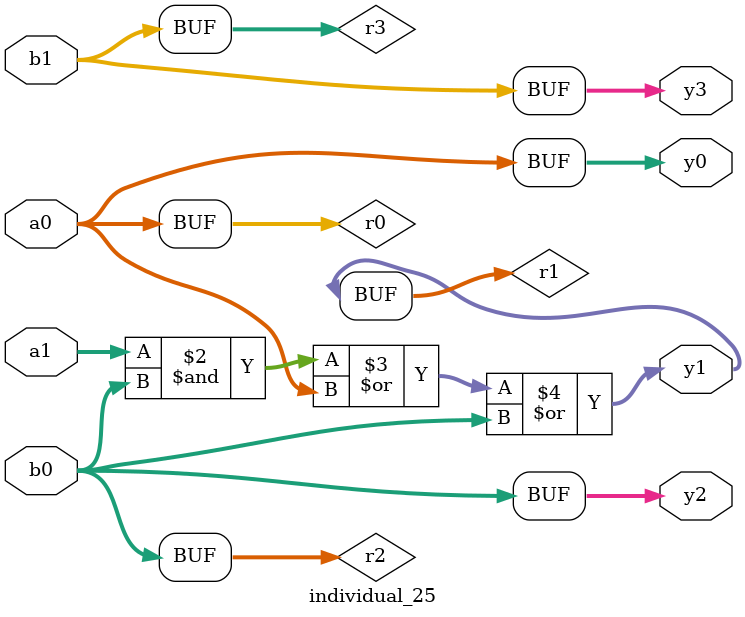
<source format=sv>
module individual_25(input logic [15:0] a1, input logic [15:0] a0, input logic [15:0] b1, input logic [15:0] b0, output logic [15:0] y3, output logic [15:0] y2, output logic [15:0] y1, output logic [15:0] y0);
logic [15:0] r0, r1, r2, r3; 
 always@(*) begin 
	 r0 = a0; r1 = a1; r2 = b0; r3 = b1; 
 	 r1  &=  b0 ;
 	 r1  |=  a0 ;
 	 r1  |=  r2 ;
 	 y3 = r3; y2 = r2; y1 = r1; y0 = r0; 
end
endmodule
</source>
